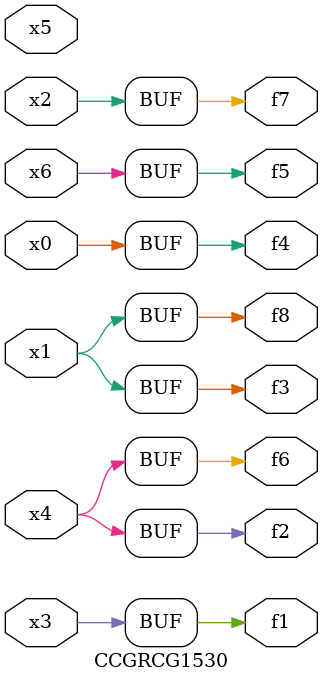
<source format=v>
module CCGRCG1530(
	input x0, x1, x2, x3, x4, x5, x6,
	output f1, f2, f3, f4, f5, f6, f7, f8
);
	assign f1 = x3;
	assign f2 = x4;
	assign f3 = x1;
	assign f4 = x0;
	assign f5 = x6;
	assign f6 = x4;
	assign f7 = x2;
	assign f8 = x1;
endmodule

</source>
